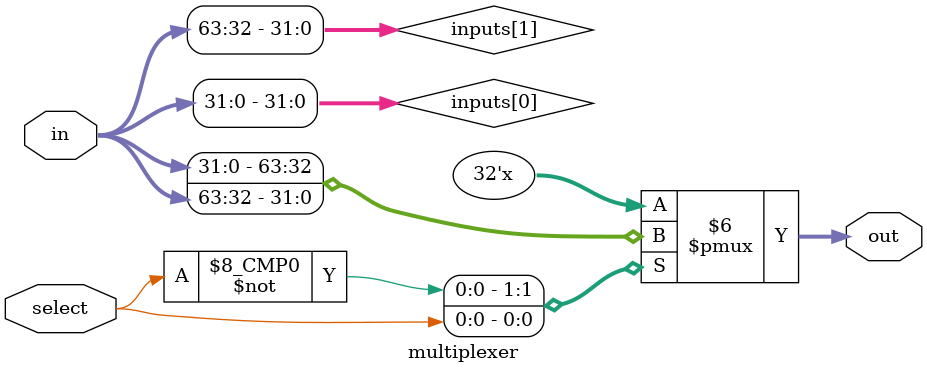
<source format=sv>


`include "defines.sv"


module multiplexer
	#(parameter WIDTH = 32,
	parameter NUM_INPUTS = 2,
	parameter ASCENDING_INDEX = 0)
	
	(input [WIDTH * NUM_INPUTS - 1:0]                 in,
	input [$clog2(NUM_INPUTS) - 1:0]                  select,
	output [WIDTH - 1:0]                              out);

	logic[WIDTH - 1:0] inputs[NUM_INPUTS];

	genvar in_index;
	
	generate
		for (in_index = 0; in_index < NUM_INPUTS; in_index++)
		begin : update
			assign inputs[in_index] = in[in_index * WIDTH+:WIDTH];
		end
		
		if (ASCENDING_INDEX)
			assign out = inputs[(NUM_INPUTS - 1) - select];
		else
			assign out = inputs[select];
	endgenerate
endmodule

// Local Variables:
// verilog-typedef-regexp:"_t$"
// End:


</source>
